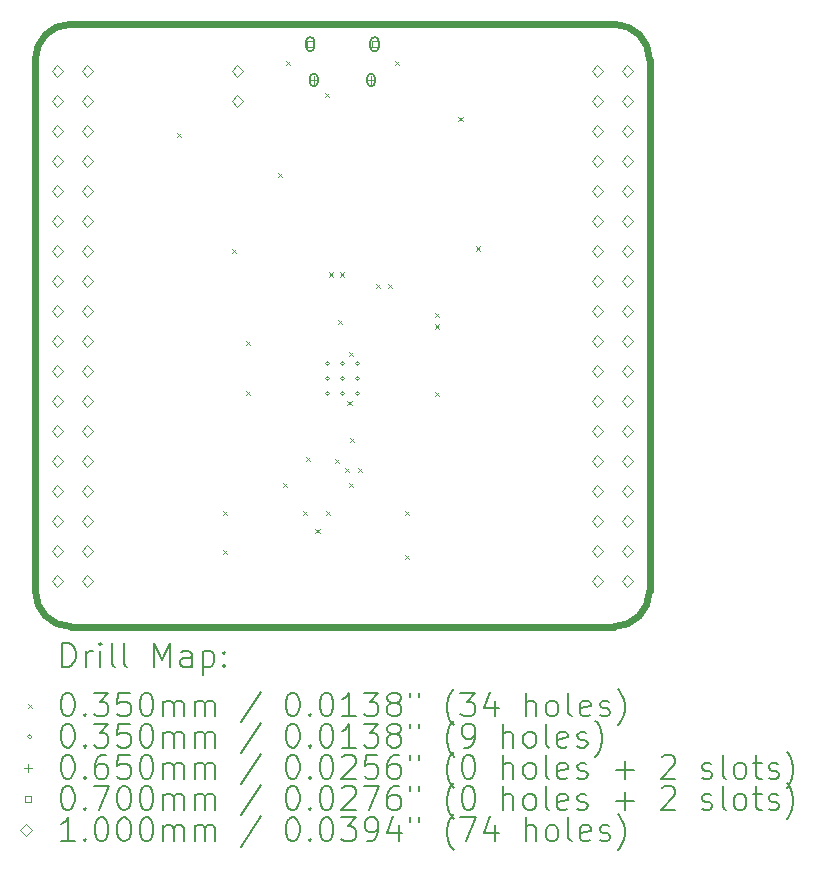
<source format=gbr>
%TF.GenerationSoftware,KiCad,Pcbnew,6.0.11-2627ca5db0~126~ubuntu22.04.1*%
%TF.CreationDate,2024-01-20T13:06:25+00:00*%
%TF.ProjectId,RP2040_minimal,52503230-3430-45f6-9d69-6e696d616c2e,REV1*%
%TF.SameCoordinates,Original*%
%TF.FileFunction,Drillmap*%
%TF.FilePolarity,Positive*%
%FSLAX45Y45*%
G04 Gerber Fmt 4.5, Leading zero omitted, Abs format (unit mm)*
G04 Created by KiCad (PCBNEW 6.0.11-2627ca5db0~126~ubuntu22.04.1) date 2024-01-20 13:06:25*
%MOMM*%
%LPD*%
G01*
G04 APERTURE LIST*
%ADD10C,0.600000*%
%ADD11C,0.200000*%
%ADD12C,0.035000*%
%ADD13C,0.065000*%
%ADD14C,0.070000*%
%ADD15C,0.100000*%
G04 APERTURE END LIST*
D10*
X12300000Y-12100000D02*
G75*
G03*
X12600000Y-11800000I0J300000D01*
G01*
X7400000Y-11800000D02*
G75*
G03*
X7700000Y-12100000I300000J0D01*
G01*
X7700000Y-7000000D02*
G75*
G03*
X7400000Y-7300000I0J-300000D01*
G01*
X12600000Y-7300000D02*
G75*
G03*
X12300000Y-7000000I-300000J0D01*
G01*
X12600000Y-7300000D02*
X12600000Y-11800000D01*
X7700000Y-7000000D02*
X12300000Y-7000000D01*
X7400000Y-11800000D02*
X7400000Y-7300000D01*
X12300000Y-12100000D02*
X7700000Y-12100000D01*
D11*
D12*
X8601500Y-7922500D02*
X8636500Y-7957500D01*
X8636500Y-7922500D02*
X8601500Y-7957500D01*
X8991500Y-11122500D02*
X9026500Y-11157500D01*
X9026500Y-11122500D02*
X8991500Y-11157500D01*
X8991500Y-11452500D02*
X9026500Y-11487500D01*
X9026500Y-11452500D02*
X8991500Y-11487500D01*
X9062500Y-8902500D02*
X9097500Y-8937500D01*
X9097500Y-8902500D02*
X9062500Y-8937500D01*
X9182500Y-9682500D02*
X9217500Y-9717500D01*
X9217500Y-9682500D02*
X9182500Y-9717500D01*
X9182500Y-10102500D02*
X9217500Y-10137500D01*
X9217500Y-10102500D02*
X9182500Y-10137500D01*
X9452500Y-8262500D02*
X9487500Y-8297500D01*
X9487500Y-8262500D02*
X9452500Y-8297500D01*
X9499900Y-10882500D02*
X9534900Y-10917500D01*
X9534900Y-10882500D02*
X9499900Y-10917500D01*
X9522500Y-7312500D02*
X9557500Y-7347500D01*
X9557500Y-7312500D02*
X9522500Y-7347500D01*
X9662500Y-11122500D02*
X9697500Y-11157500D01*
X9697500Y-11122500D02*
X9662500Y-11157500D01*
X9690400Y-10665450D02*
X9725400Y-10700450D01*
X9725400Y-10665450D02*
X9690400Y-10700450D01*
X9771500Y-11272500D02*
X9806500Y-11307500D01*
X9806500Y-11272500D02*
X9771500Y-11307500D01*
X9852500Y-7582500D02*
X9887500Y-7617500D01*
X9887500Y-7582500D02*
X9852500Y-7617500D01*
X9861500Y-11122500D02*
X9896500Y-11157500D01*
X9896500Y-11122500D02*
X9861500Y-11157500D01*
X9882500Y-9102501D02*
X9917500Y-9137501D01*
X9917500Y-9102501D02*
X9882500Y-9137501D01*
X9938050Y-10678150D02*
X9973050Y-10713150D01*
X9973050Y-10678150D02*
X9938050Y-10713150D01*
X9962500Y-9502499D02*
X9997500Y-9537499D01*
X9997500Y-9502499D02*
X9962500Y-9537499D01*
X9982500Y-9102500D02*
X10017500Y-9137500D01*
X10017500Y-9102500D02*
X9982500Y-9137500D01*
X10020599Y-10760699D02*
X10055599Y-10795699D01*
X10055599Y-10760699D02*
X10020599Y-10795699D01*
X10042497Y-10192500D02*
X10077497Y-10227500D01*
X10077497Y-10192500D02*
X10042497Y-10227500D01*
X10052500Y-9772500D02*
X10087500Y-9807500D01*
X10087500Y-9772500D02*
X10052500Y-9807500D01*
X10058700Y-10881350D02*
X10093700Y-10916350D01*
X10093700Y-10881350D02*
X10058700Y-10916350D01*
X10062500Y-10502500D02*
X10097500Y-10537500D01*
X10097500Y-10502500D02*
X10062500Y-10537500D01*
X10132500Y-10760700D02*
X10167500Y-10795700D01*
X10167500Y-10760700D02*
X10132500Y-10795700D01*
X10282500Y-9202500D02*
X10317500Y-9237500D01*
X10317500Y-9202500D02*
X10282500Y-9237500D01*
X10382500Y-9202500D02*
X10417500Y-9237500D01*
X10417500Y-9202500D02*
X10382500Y-9237500D01*
X10442500Y-7312500D02*
X10477500Y-7347500D01*
X10477500Y-7312500D02*
X10442500Y-7347500D01*
X10531500Y-11122500D02*
X10566500Y-11157500D01*
X10566500Y-11122500D02*
X10531500Y-11157500D01*
X10531500Y-11492500D02*
X10566500Y-11527500D01*
X10566500Y-11492500D02*
X10531500Y-11527500D01*
X10782500Y-9442500D02*
X10817500Y-9477500D01*
X10817500Y-9442500D02*
X10782500Y-9477500D01*
X10782500Y-9542500D02*
X10817500Y-9577500D01*
X10817500Y-9542500D02*
X10782500Y-9577500D01*
X10782500Y-10113000D02*
X10817500Y-10148000D01*
X10817500Y-10113000D02*
X10782500Y-10148000D01*
X10982500Y-7782500D02*
X11017500Y-7817500D01*
X11017500Y-7782500D02*
X10982500Y-7817500D01*
X11132500Y-8882500D02*
X11167500Y-8917500D01*
X11167500Y-8882500D02*
X11132500Y-8917500D01*
X9890000Y-9872500D02*
G75*
G03*
X9890000Y-9872500I-17500J0D01*
G01*
X9890000Y-10000000D02*
G75*
G03*
X9890000Y-10000000I-17500J0D01*
G01*
X9890000Y-10127500D02*
G75*
G03*
X9890000Y-10127500I-17500J0D01*
G01*
X10017500Y-9872500D02*
G75*
G03*
X10017500Y-9872500I-17500J0D01*
G01*
X10017500Y-10000000D02*
G75*
G03*
X10017500Y-10000000I-17500J0D01*
G01*
X10017500Y-10127500D02*
G75*
G03*
X10017500Y-10127500I-17500J0D01*
G01*
X10145000Y-9872500D02*
G75*
G03*
X10145000Y-9872500I-17500J0D01*
G01*
X10145000Y-10000000D02*
G75*
G03*
X10145000Y-10000000I-17500J0D01*
G01*
X10145000Y-10127500D02*
G75*
G03*
X10145000Y-10127500I-17500J0D01*
G01*
D13*
X9757500Y-7440500D02*
X9757500Y-7505500D01*
X9725000Y-7473000D02*
X9790000Y-7473000D01*
D11*
X9725000Y-7453000D02*
X9725000Y-7493000D01*
X9790000Y-7453000D02*
X9790000Y-7493000D01*
X9725000Y-7493000D02*
G75*
G03*
X9790000Y-7493000I32500J0D01*
G01*
X9790000Y-7453000D02*
G75*
G03*
X9725000Y-7453000I-32500J0D01*
G01*
D13*
X10242500Y-7440500D02*
X10242500Y-7505500D01*
X10210000Y-7473000D02*
X10275000Y-7473000D01*
D11*
X10210000Y-7453000D02*
X10210000Y-7493000D01*
X10275000Y-7453000D02*
X10275000Y-7493000D01*
X10210000Y-7493000D02*
G75*
G03*
X10275000Y-7493000I32500J0D01*
G01*
X10275000Y-7453000D02*
G75*
G03*
X10210000Y-7453000I-32500J0D01*
G01*
D14*
X9752249Y-7194749D02*
X9752249Y-7145251D01*
X9702751Y-7145251D01*
X9702751Y-7194749D01*
X9752249Y-7194749D01*
D11*
X9692500Y-7145000D02*
X9692500Y-7195000D01*
X9762500Y-7145000D02*
X9762500Y-7195000D01*
X9692500Y-7195000D02*
G75*
G03*
X9762500Y-7195000I35000J0D01*
G01*
X9762500Y-7145000D02*
G75*
G03*
X9692500Y-7145000I-35000J0D01*
G01*
D14*
X10297249Y-7194749D02*
X10297249Y-7145251D01*
X10247751Y-7145251D01*
X10247751Y-7194749D01*
X10297249Y-7194749D01*
D11*
X10237500Y-7145000D02*
X10237500Y-7195000D01*
X10307500Y-7145000D02*
X10307500Y-7195000D01*
X10237500Y-7195000D02*
G75*
G03*
X10307500Y-7195000I35000J0D01*
G01*
X10307500Y-7145000D02*
G75*
G03*
X10237500Y-7145000I-35000J0D01*
G01*
D15*
X7587000Y-7450000D02*
X7637000Y-7400000D01*
X7587000Y-7350000D01*
X7537000Y-7400000D01*
X7587000Y-7450000D01*
X7587000Y-7704000D02*
X7637000Y-7654000D01*
X7587000Y-7604000D01*
X7537000Y-7654000D01*
X7587000Y-7704000D01*
X7587000Y-7958000D02*
X7637000Y-7908000D01*
X7587000Y-7858000D01*
X7537000Y-7908000D01*
X7587000Y-7958000D01*
X7587000Y-8212000D02*
X7637000Y-8162000D01*
X7587000Y-8112000D01*
X7537000Y-8162000D01*
X7587000Y-8212000D01*
X7587000Y-8466000D02*
X7637000Y-8416000D01*
X7587000Y-8366000D01*
X7537000Y-8416000D01*
X7587000Y-8466000D01*
X7587000Y-8720000D02*
X7637000Y-8670000D01*
X7587000Y-8620000D01*
X7537000Y-8670000D01*
X7587000Y-8720000D01*
X7587000Y-8974000D02*
X7637000Y-8924000D01*
X7587000Y-8874000D01*
X7537000Y-8924000D01*
X7587000Y-8974000D01*
X7587000Y-9228000D02*
X7637000Y-9178000D01*
X7587000Y-9128000D01*
X7537000Y-9178000D01*
X7587000Y-9228000D01*
X7587000Y-9482000D02*
X7637000Y-9432000D01*
X7587000Y-9382000D01*
X7537000Y-9432000D01*
X7587000Y-9482000D01*
X7587000Y-9736000D02*
X7637000Y-9686000D01*
X7587000Y-9636000D01*
X7537000Y-9686000D01*
X7587000Y-9736000D01*
X7587000Y-9990000D02*
X7637000Y-9940000D01*
X7587000Y-9890000D01*
X7537000Y-9940000D01*
X7587000Y-9990000D01*
X7587000Y-10244000D02*
X7637000Y-10194000D01*
X7587000Y-10144000D01*
X7537000Y-10194000D01*
X7587000Y-10244000D01*
X7587000Y-10498000D02*
X7637000Y-10448000D01*
X7587000Y-10398000D01*
X7537000Y-10448000D01*
X7587000Y-10498000D01*
X7587000Y-10752000D02*
X7637000Y-10702000D01*
X7587000Y-10652000D01*
X7537000Y-10702000D01*
X7587000Y-10752000D01*
X7587000Y-11006000D02*
X7637000Y-10956000D01*
X7587000Y-10906000D01*
X7537000Y-10956000D01*
X7587000Y-11006000D01*
X7587000Y-11260000D02*
X7637000Y-11210000D01*
X7587000Y-11160000D01*
X7537000Y-11210000D01*
X7587000Y-11260000D01*
X7587000Y-11514000D02*
X7637000Y-11464000D01*
X7587000Y-11414000D01*
X7537000Y-11464000D01*
X7587000Y-11514000D01*
X7587000Y-11768000D02*
X7637000Y-11718000D01*
X7587000Y-11668000D01*
X7537000Y-11718000D01*
X7587000Y-11768000D01*
X7841000Y-7450000D02*
X7891000Y-7400000D01*
X7841000Y-7350000D01*
X7791000Y-7400000D01*
X7841000Y-7450000D01*
X7841000Y-7704000D02*
X7891000Y-7654000D01*
X7841000Y-7604000D01*
X7791000Y-7654000D01*
X7841000Y-7704000D01*
X7841000Y-7958000D02*
X7891000Y-7908000D01*
X7841000Y-7858000D01*
X7791000Y-7908000D01*
X7841000Y-7958000D01*
X7841000Y-8212000D02*
X7891000Y-8162000D01*
X7841000Y-8112000D01*
X7791000Y-8162000D01*
X7841000Y-8212000D01*
X7841000Y-8466000D02*
X7891000Y-8416000D01*
X7841000Y-8366000D01*
X7791000Y-8416000D01*
X7841000Y-8466000D01*
X7841000Y-8720000D02*
X7891000Y-8670000D01*
X7841000Y-8620000D01*
X7791000Y-8670000D01*
X7841000Y-8720000D01*
X7841000Y-8974000D02*
X7891000Y-8924000D01*
X7841000Y-8874000D01*
X7791000Y-8924000D01*
X7841000Y-8974000D01*
X7841000Y-9228000D02*
X7891000Y-9178000D01*
X7841000Y-9128000D01*
X7791000Y-9178000D01*
X7841000Y-9228000D01*
X7841000Y-9482000D02*
X7891000Y-9432000D01*
X7841000Y-9382000D01*
X7791000Y-9432000D01*
X7841000Y-9482000D01*
X7841000Y-9736000D02*
X7891000Y-9686000D01*
X7841000Y-9636000D01*
X7791000Y-9686000D01*
X7841000Y-9736000D01*
X7841000Y-9990000D02*
X7891000Y-9940000D01*
X7841000Y-9890000D01*
X7791000Y-9940000D01*
X7841000Y-9990000D01*
X7841000Y-10244000D02*
X7891000Y-10194000D01*
X7841000Y-10144000D01*
X7791000Y-10194000D01*
X7841000Y-10244000D01*
X7841000Y-10498000D02*
X7891000Y-10448000D01*
X7841000Y-10398000D01*
X7791000Y-10448000D01*
X7841000Y-10498000D01*
X7841000Y-10752000D02*
X7891000Y-10702000D01*
X7841000Y-10652000D01*
X7791000Y-10702000D01*
X7841000Y-10752000D01*
X7841000Y-11006000D02*
X7891000Y-10956000D01*
X7841000Y-10906000D01*
X7791000Y-10956000D01*
X7841000Y-11006000D01*
X7841000Y-11260000D02*
X7891000Y-11210000D01*
X7841000Y-11160000D01*
X7791000Y-11210000D01*
X7841000Y-11260000D01*
X7841000Y-11514000D02*
X7891000Y-11464000D01*
X7841000Y-11414000D01*
X7791000Y-11464000D01*
X7841000Y-11514000D01*
X7841000Y-11768000D02*
X7891000Y-11718000D01*
X7841000Y-11668000D01*
X7791000Y-11718000D01*
X7841000Y-11768000D01*
X9111000Y-7450000D02*
X9161000Y-7400000D01*
X9111000Y-7350000D01*
X9061000Y-7400000D01*
X9111000Y-7450000D01*
X9111000Y-7704000D02*
X9161000Y-7654000D01*
X9111000Y-7604000D01*
X9061000Y-7654000D01*
X9111000Y-7704000D01*
X12159000Y-7450000D02*
X12209000Y-7400000D01*
X12159000Y-7350000D01*
X12109000Y-7400000D01*
X12159000Y-7450000D01*
X12159000Y-7704000D02*
X12209000Y-7654000D01*
X12159000Y-7604000D01*
X12109000Y-7654000D01*
X12159000Y-7704000D01*
X12159000Y-7958000D02*
X12209000Y-7908000D01*
X12159000Y-7858000D01*
X12109000Y-7908000D01*
X12159000Y-7958000D01*
X12159000Y-8212000D02*
X12209000Y-8162000D01*
X12159000Y-8112000D01*
X12109000Y-8162000D01*
X12159000Y-8212000D01*
X12159000Y-8466000D02*
X12209000Y-8416000D01*
X12159000Y-8366000D01*
X12109000Y-8416000D01*
X12159000Y-8466000D01*
X12159000Y-8720000D02*
X12209000Y-8670000D01*
X12159000Y-8620000D01*
X12109000Y-8670000D01*
X12159000Y-8720000D01*
X12159000Y-8974000D02*
X12209000Y-8924000D01*
X12159000Y-8874000D01*
X12109000Y-8924000D01*
X12159000Y-8974000D01*
X12159000Y-9228000D02*
X12209000Y-9178000D01*
X12159000Y-9128000D01*
X12109000Y-9178000D01*
X12159000Y-9228000D01*
X12159000Y-9482000D02*
X12209000Y-9432000D01*
X12159000Y-9382000D01*
X12109000Y-9432000D01*
X12159000Y-9482000D01*
X12159000Y-9736000D02*
X12209000Y-9686000D01*
X12159000Y-9636000D01*
X12109000Y-9686000D01*
X12159000Y-9736000D01*
X12159000Y-9990000D02*
X12209000Y-9940000D01*
X12159000Y-9890000D01*
X12109000Y-9940000D01*
X12159000Y-9990000D01*
X12159000Y-10244000D02*
X12209000Y-10194000D01*
X12159000Y-10144000D01*
X12109000Y-10194000D01*
X12159000Y-10244000D01*
X12159000Y-10498000D02*
X12209000Y-10448000D01*
X12159000Y-10398000D01*
X12109000Y-10448000D01*
X12159000Y-10498000D01*
X12159000Y-10752000D02*
X12209000Y-10702000D01*
X12159000Y-10652000D01*
X12109000Y-10702000D01*
X12159000Y-10752000D01*
X12159000Y-11006000D02*
X12209000Y-10956000D01*
X12159000Y-10906000D01*
X12109000Y-10956000D01*
X12159000Y-11006000D01*
X12159000Y-11260000D02*
X12209000Y-11210000D01*
X12159000Y-11160000D01*
X12109000Y-11210000D01*
X12159000Y-11260000D01*
X12159000Y-11514000D02*
X12209000Y-11464000D01*
X12159000Y-11414000D01*
X12109000Y-11464000D01*
X12159000Y-11514000D01*
X12159000Y-11768000D02*
X12209000Y-11718000D01*
X12159000Y-11668000D01*
X12109000Y-11718000D01*
X12159000Y-11768000D01*
X12413000Y-7450000D02*
X12463000Y-7400000D01*
X12413000Y-7350000D01*
X12363000Y-7400000D01*
X12413000Y-7450000D01*
X12413000Y-7704000D02*
X12463000Y-7654000D01*
X12413000Y-7604000D01*
X12363000Y-7654000D01*
X12413000Y-7704000D01*
X12413000Y-7958000D02*
X12463000Y-7908000D01*
X12413000Y-7858000D01*
X12363000Y-7908000D01*
X12413000Y-7958000D01*
X12413000Y-8212000D02*
X12463000Y-8162000D01*
X12413000Y-8112000D01*
X12363000Y-8162000D01*
X12413000Y-8212000D01*
X12413000Y-8466000D02*
X12463000Y-8416000D01*
X12413000Y-8366000D01*
X12363000Y-8416000D01*
X12413000Y-8466000D01*
X12413000Y-8720000D02*
X12463000Y-8670000D01*
X12413000Y-8620000D01*
X12363000Y-8670000D01*
X12413000Y-8720000D01*
X12413000Y-8974000D02*
X12463000Y-8924000D01*
X12413000Y-8874000D01*
X12363000Y-8924000D01*
X12413000Y-8974000D01*
X12413000Y-9228000D02*
X12463000Y-9178000D01*
X12413000Y-9128000D01*
X12363000Y-9178000D01*
X12413000Y-9228000D01*
X12413000Y-9482000D02*
X12463000Y-9432000D01*
X12413000Y-9382000D01*
X12363000Y-9432000D01*
X12413000Y-9482000D01*
X12413000Y-9736000D02*
X12463000Y-9686000D01*
X12413000Y-9636000D01*
X12363000Y-9686000D01*
X12413000Y-9736000D01*
X12413000Y-9990000D02*
X12463000Y-9940000D01*
X12413000Y-9890000D01*
X12363000Y-9940000D01*
X12413000Y-9990000D01*
X12413000Y-10244000D02*
X12463000Y-10194000D01*
X12413000Y-10144000D01*
X12363000Y-10194000D01*
X12413000Y-10244000D01*
X12413000Y-10498000D02*
X12463000Y-10448000D01*
X12413000Y-10398000D01*
X12363000Y-10448000D01*
X12413000Y-10498000D01*
X12413000Y-10752000D02*
X12463000Y-10702000D01*
X12413000Y-10652000D01*
X12363000Y-10702000D01*
X12413000Y-10752000D01*
X12413000Y-11006000D02*
X12463000Y-10956000D01*
X12413000Y-10906000D01*
X12363000Y-10956000D01*
X12413000Y-11006000D01*
X12413000Y-11260000D02*
X12463000Y-11210000D01*
X12413000Y-11160000D01*
X12363000Y-11210000D01*
X12413000Y-11260000D01*
X12413000Y-11514000D02*
X12463000Y-11464000D01*
X12413000Y-11414000D01*
X12363000Y-11464000D01*
X12413000Y-11514000D01*
X12413000Y-11768000D02*
X12463000Y-11718000D01*
X12413000Y-11668000D01*
X12363000Y-11718000D01*
X12413000Y-11768000D01*
D11*
X7627619Y-12440476D02*
X7627619Y-12240476D01*
X7675238Y-12240476D01*
X7703809Y-12250000D01*
X7722857Y-12269048D01*
X7732381Y-12288095D01*
X7741905Y-12326190D01*
X7741905Y-12354762D01*
X7732381Y-12392857D01*
X7722857Y-12411905D01*
X7703809Y-12430952D01*
X7675238Y-12440476D01*
X7627619Y-12440476D01*
X7827619Y-12440476D02*
X7827619Y-12307143D01*
X7827619Y-12345238D02*
X7837143Y-12326190D01*
X7846667Y-12316667D01*
X7865714Y-12307143D01*
X7884762Y-12307143D01*
X7951428Y-12440476D02*
X7951428Y-12307143D01*
X7951428Y-12240476D02*
X7941905Y-12250000D01*
X7951428Y-12259524D01*
X7960952Y-12250000D01*
X7951428Y-12240476D01*
X7951428Y-12259524D01*
X8075238Y-12440476D02*
X8056190Y-12430952D01*
X8046667Y-12411905D01*
X8046667Y-12240476D01*
X8180000Y-12440476D02*
X8160952Y-12430952D01*
X8151428Y-12411905D01*
X8151428Y-12240476D01*
X8408571Y-12440476D02*
X8408571Y-12240476D01*
X8475238Y-12383333D01*
X8541905Y-12240476D01*
X8541905Y-12440476D01*
X8722857Y-12440476D02*
X8722857Y-12335714D01*
X8713333Y-12316667D01*
X8694286Y-12307143D01*
X8656190Y-12307143D01*
X8637143Y-12316667D01*
X8722857Y-12430952D02*
X8703810Y-12440476D01*
X8656190Y-12440476D01*
X8637143Y-12430952D01*
X8627619Y-12411905D01*
X8627619Y-12392857D01*
X8637143Y-12373809D01*
X8656190Y-12364286D01*
X8703810Y-12364286D01*
X8722857Y-12354762D01*
X8818095Y-12307143D02*
X8818095Y-12507143D01*
X8818095Y-12316667D02*
X8837143Y-12307143D01*
X8875238Y-12307143D01*
X8894286Y-12316667D01*
X8903810Y-12326190D01*
X8913333Y-12345238D01*
X8913333Y-12402381D01*
X8903810Y-12421428D01*
X8894286Y-12430952D01*
X8875238Y-12440476D01*
X8837143Y-12440476D01*
X8818095Y-12430952D01*
X8999048Y-12421428D02*
X9008571Y-12430952D01*
X8999048Y-12440476D01*
X8989524Y-12430952D01*
X8999048Y-12421428D01*
X8999048Y-12440476D01*
X8999048Y-12316667D02*
X9008571Y-12326190D01*
X8999048Y-12335714D01*
X8989524Y-12326190D01*
X8999048Y-12316667D01*
X8999048Y-12335714D01*
D12*
X7335000Y-12752500D02*
X7370000Y-12787500D01*
X7370000Y-12752500D02*
X7335000Y-12787500D01*
D11*
X7665714Y-12660476D02*
X7684762Y-12660476D01*
X7703809Y-12670000D01*
X7713333Y-12679524D01*
X7722857Y-12698571D01*
X7732381Y-12736667D01*
X7732381Y-12784286D01*
X7722857Y-12822381D01*
X7713333Y-12841428D01*
X7703809Y-12850952D01*
X7684762Y-12860476D01*
X7665714Y-12860476D01*
X7646667Y-12850952D01*
X7637143Y-12841428D01*
X7627619Y-12822381D01*
X7618095Y-12784286D01*
X7618095Y-12736667D01*
X7627619Y-12698571D01*
X7637143Y-12679524D01*
X7646667Y-12670000D01*
X7665714Y-12660476D01*
X7818095Y-12841428D02*
X7827619Y-12850952D01*
X7818095Y-12860476D01*
X7808571Y-12850952D01*
X7818095Y-12841428D01*
X7818095Y-12860476D01*
X7894286Y-12660476D02*
X8018095Y-12660476D01*
X7951428Y-12736667D01*
X7980000Y-12736667D01*
X7999048Y-12746190D01*
X8008571Y-12755714D01*
X8018095Y-12774762D01*
X8018095Y-12822381D01*
X8008571Y-12841428D01*
X7999048Y-12850952D01*
X7980000Y-12860476D01*
X7922857Y-12860476D01*
X7903809Y-12850952D01*
X7894286Y-12841428D01*
X8199048Y-12660476D02*
X8103809Y-12660476D01*
X8094286Y-12755714D01*
X8103809Y-12746190D01*
X8122857Y-12736667D01*
X8170476Y-12736667D01*
X8189524Y-12746190D01*
X8199048Y-12755714D01*
X8208571Y-12774762D01*
X8208571Y-12822381D01*
X8199048Y-12841428D01*
X8189524Y-12850952D01*
X8170476Y-12860476D01*
X8122857Y-12860476D01*
X8103809Y-12850952D01*
X8094286Y-12841428D01*
X8332381Y-12660476D02*
X8351428Y-12660476D01*
X8370476Y-12670000D01*
X8380000Y-12679524D01*
X8389524Y-12698571D01*
X8399048Y-12736667D01*
X8399048Y-12784286D01*
X8389524Y-12822381D01*
X8380000Y-12841428D01*
X8370476Y-12850952D01*
X8351428Y-12860476D01*
X8332381Y-12860476D01*
X8313333Y-12850952D01*
X8303809Y-12841428D01*
X8294286Y-12822381D01*
X8284762Y-12784286D01*
X8284762Y-12736667D01*
X8294286Y-12698571D01*
X8303809Y-12679524D01*
X8313333Y-12670000D01*
X8332381Y-12660476D01*
X8484762Y-12860476D02*
X8484762Y-12727143D01*
X8484762Y-12746190D02*
X8494286Y-12736667D01*
X8513333Y-12727143D01*
X8541905Y-12727143D01*
X8560952Y-12736667D01*
X8570476Y-12755714D01*
X8570476Y-12860476D01*
X8570476Y-12755714D02*
X8580000Y-12736667D01*
X8599048Y-12727143D01*
X8627619Y-12727143D01*
X8646667Y-12736667D01*
X8656190Y-12755714D01*
X8656190Y-12860476D01*
X8751429Y-12860476D02*
X8751429Y-12727143D01*
X8751429Y-12746190D02*
X8760952Y-12736667D01*
X8780000Y-12727143D01*
X8808571Y-12727143D01*
X8827619Y-12736667D01*
X8837143Y-12755714D01*
X8837143Y-12860476D01*
X8837143Y-12755714D02*
X8846667Y-12736667D01*
X8865714Y-12727143D01*
X8894286Y-12727143D01*
X8913333Y-12736667D01*
X8922857Y-12755714D01*
X8922857Y-12860476D01*
X9313333Y-12650952D02*
X9141905Y-12908095D01*
X9570476Y-12660476D02*
X9589524Y-12660476D01*
X9608571Y-12670000D01*
X9618095Y-12679524D01*
X9627619Y-12698571D01*
X9637143Y-12736667D01*
X9637143Y-12784286D01*
X9627619Y-12822381D01*
X9618095Y-12841428D01*
X9608571Y-12850952D01*
X9589524Y-12860476D01*
X9570476Y-12860476D01*
X9551429Y-12850952D01*
X9541905Y-12841428D01*
X9532381Y-12822381D01*
X9522857Y-12784286D01*
X9522857Y-12736667D01*
X9532381Y-12698571D01*
X9541905Y-12679524D01*
X9551429Y-12670000D01*
X9570476Y-12660476D01*
X9722857Y-12841428D02*
X9732381Y-12850952D01*
X9722857Y-12860476D01*
X9713333Y-12850952D01*
X9722857Y-12841428D01*
X9722857Y-12860476D01*
X9856190Y-12660476D02*
X9875238Y-12660476D01*
X9894286Y-12670000D01*
X9903810Y-12679524D01*
X9913333Y-12698571D01*
X9922857Y-12736667D01*
X9922857Y-12784286D01*
X9913333Y-12822381D01*
X9903810Y-12841428D01*
X9894286Y-12850952D01*
X9875238Y-12860476D01*
X9856190Y-12860476D01*
X9837143Y-12850952D01*
X9827619Y-12841428D01*
X9818095Y-12822381D01*
X9808571Y-12784286D01*
X9808571Y-12736667D01*
X9818095Y-12698571D01*
X9827619Y-12679524D01*
X9837143Y-12670000D01*
X9856190Y-12660476D01*
X10113333Y-12860476D02*
X9999048Y-12860476D01*
X10056190Y-12860476D02*
X10056190Y-12660476D01*
X10037143Y-12689048D01*
X10018095Y-12708095D01*
X9999048Y-12717619D01*
X10180000Y-12660476D02*
X10303810Y-12660476D01*
X10237143Y-12736667D01*
X10265714Y-12736667D01*
X10284762Y-12746190D01*
X10294286Y-12755714D01*
X10303810Y-12774762D01*
X10303810Y-12822381D01*
X10294286Y-12841428D01*
X10284762Y-12850952D01*
X10265714Y-12860476D01*
X10208571Y-12860476D01*
X10189524Y-12850952D01*
X10180000Y-12841428D01*
X10418095Y-12746190D02*
X10399048Y-12736667D01*
X10389524Y-12727143D01*
X10380000Y-12708095D01*
X10380000Y-12698571D01*
X10389524Y-12679524D01*
X10399048Y-12670000D01*
X10418095Y-12660476D01*
X10456190Y-12660476D01*
X10475238Y-12670000D01*
X10484762Y-12679524D01*
X10494286Y-12698571D01*
X10494286Y-12708095D01*
X10484762Y-12727143D01*
X10475238Y-12736667D01*
X10456190Y-12746190D01*
X10418095Y-12746190D01*
X10399048Y-12755714D01*
X10389524Y-12765238D01*
X10380000Y-12784286D01*
X10380000Y-12822381D01*
X10389524Y-12841428D01*
X10399048Y-12850952D01*
X10418095Y-12860476D01*
X10456190Y-12860476D01*
X10475238Y-12850952D01*
X10484762Y-12841428D01*
X10494286Y-12822381D01*
X10494286Y-12784286D01*
X10484762Y-12765238D01*
X10475238Y-12755714D01*
X10456190Y-12746190D01*
X10570476Y-12660476D02*
X10570476Y-12698571D01*
X10646667Y-12660476D02*
X10646667Y-12698571D01*
X10941905Y-12936667D02*
X10932381Y-12927143D01*
X10913333Y-12898571D01*
X10903810Y-12879524D01*
X10894286Y-12850952D01*
X10884762Y-12803333D01*
X10884762Y-12765238D01*
X10894286Y-12717619D01*
X10903810Y-12689048D01*
X10913333Y-12670000D01*
X10932381Y-12641428D01*
X10941905Y-12631905D01*
X10999048Y-12660476D02*
X11122857Y-12660476D01*
X11056190Y-12736667D01*
X11084762Y-12736667D01*
X11103810Y-12746190D01*
X11113333Y-12755714D01*
X11122857Y-12774762D01*
X11122857Y-12822381D01*
X11113333Y-12841428D01*
X11103810Y-12850952D01*
X11084762Y-12860476D01*
X11027619Y-12860476D01*
X11008571Y-12850952D01*
X10999048Y-12841428D01*
X11294286Y-12727143D02*
X11294286Y-12860476D01*
X11246667Y-12650952D02*
X11199048Y-12793809D01*
X11322857Y-12793809D01*
X11551428Y-12860476D02*
X11551428Y-12660476D01*
X11637143Y-12860476D02*
X11637143Y-12755714D01*
X11627619Y-12736667D01*
X11608571Y-12727143D01*
X11580000Y-12727143D01*
X11560952Y-12736667D01*
X11551428Y-12746190D01*
X11760952Y-12860476D02*
X11741905Y-12850952D01*
X11732381Y-12841428D01*
X11722857Y-12822381D01*
X11722857Y-12765238D01*
X11732381Y-12746190D01*
X11741905Y-12736667D01*
X11760952Y-12727143D01*
X11789524Y-12727143D01*
X11808571Y-12736667D01*
X11818095Y-12746190D01*
X11827619Y-12765238D01*
X11827619Y-12822381D01*
X11818095Y-12841428D01*
X11808571Y-12850952D01*
X11789524Y-12860476D01*
X11760952Y-12860476D01*
X11941905Y-12860476D02*
X11922857Y-12850952D01*
X11913333Y-12831905D01*
X11913333Y-12660476D01*
X12094286Y-12850952D02*
X12075238Y-12860476D01*
X12037143Y-12860476D01*
X12018095Y-12850952D01*
X12008571Y-12831905D01*
X12008571Y-12755714D01*
X12018095Y-12736667D01*
X12037143Y-12727143D01*
X12075238Y-12727143D01*
X12094286Y-12736667D01*
X12103809Y-12755714D01*
X12103809Y-12774762D01*
X12008571Y-12793809D01*
X12180000Y-12850952D02*
X12199048Y-12860476D01*
X12237143Y-12860476D01*
X12256190Y-12850952D01*
X12265714Y-12831905D01*
X12265714Y-12822381D01*
X12256190Y-12803333D01*
X12237143Y-12793809D01*
X12208571Y-12793809D01*
X12189524Y-12784286D01*
X12180000Y-12765238D01*
X12180000Y-12755714D01*
X12189524Y-12736667D01*
X12208571Y-12727143D01*
X12237143Y-12727143D01*
X12256190Y-12736667D01*
X12332381Y-12936667D02*
X12341905Y-12927143D01*
X12360952Y-12898571D01*
X12370476Y-12879524D01*
X12380000Y-12850952D01*
X12389524Y-12803333D01*
X12389524Y-12765238D01*
X12380000Y-12717619D01*
X12370476Y-12689048D01*
X12360952Y-12670000D01*
X12341905Y-12641428D01*
X12332381Y-12631905D01*
D12*
X7370000Y-13034000D02*
G75*
G03*
X7370000Y-13034000I-17500J0D01*
G01*
D11*
X7665714Y-12924476D02*
X7684762Y-12924476D01*
X7703809Y-12934000D01*
X7713333Y-12943524D01*
X7722857Y-12962571D01*
X7732381Y-13000667D01*
X7732381Y-13048286D01*
X7722857Y-13086381D01*
X7713333Y-13105428D01*
X7703809Y-13114952D01*
X7684762Y-13124476D01*
X7665714Y-13124476D01*
X7646667Y-13114952D01*
X7637143Y-13105428D01*
X7627619Y-13086381D01*
X7618095Y-13048286D01*
X7618095Y-13000667D01*
X7627619Y-12962571D01*
X7637143Y-12943524D01*
X7646667Y-12934000D01*
X7665714Y-12924476D01*
X7818095Y-13105428D02*
X7827619Y-13114952D01*
X7818095Y-13124476D01*
X7808571Y-13114952D01*
X7818095Y-13105428D01*
X7818095Y-13124476D01*
X7894286Y-12924476D02*
X8018095Y-12924476D01*
X7951428Y-13000667D01*
X7980000Y-13000667D01*
X7999048Y-13010190D01*
X8008571Y-13019714D01*
X8018095Y-13038762D01*
X8018095Y-13086381D01*
X8008571Y-13105428D01*
X7999048Y-13114952D01*
X7980000Y-13124476D01*
X7922857Y-13124476D01*
X7903809Y-13114952D01*
X7894286Y-13105428D01*
X8199048Y-12924476D02*
X8103809Y-12924476D01*
X8094286Y-13019714D01*
X8103809Y-13010190D01*
X8122857Y-13000667D01*
X8170476Y-13000667D01*
X8189524Y-13010190D01*
X8199048Y-13019714D01*
X8208571Y-13038762D01*
X8208571Y-13086381D01*
X8199048Y-13105428D01*
X8189524Y-13114952D01*
X8170476Y-13124476D01*
X8122857Y-13124476D01*
X8103809Y-13114952D01*
X8094286Y-13105428D01*
X8332381Y-12924476D02*
X8351428Y-12924476D01*
X8370476Y-12934000D01*
X8380000Y-12943524D01*
X8389524Y-12962571D01*
X8399048Y-13000667D01*
X8399048Y-13048286D01*
X8389524Y-13086381D01*
X8380000Y-13105428D01*
X8370476Y-13114952D01*
X8351428Y-13124476D01*
X8332381Y-13124476D01*
X8313333Y-13114952D01*
X8303809Y-13105428D01*
X8294286Y-13086381D01*
X8284762Y-13048286D01*
X8284762Y-13000667D01*
X8294286Y-12962571D01*
X8303809Y-12943524D01*
X8313333Y-12934000D01*
X8332381Y-12924476D01*
X8484762Y-13124476D02*
X8484762Y-12991143D01*
X8484762Y-13010190D02*
X8494286Y-13000667D01*
X8513333Y-12991143D01*
X8541905Y-12991143D01*
X8560952Y-13000667D01*
X8570476Y-13019714D01*
X8570476Y-13124476D01*
X8570476Y-13019714D02*
X8580000Y-13000667D01*
X8599048Y-12991143D01*
X8627619Y-12991143D01*
X8646667Y-13000667D01*
X8656190Y-13019714D01*
X8656190Y-13124476D01*
X8751429Y-13124476D02*
X8751429Y-12991143D01*
X8751429Y-13010190D02*
X8760952Y-13000667D01*
X8780000Y-12991143D01*
X8808571Y-12991143D01*
X8827619Y-13000667D01*
X8837143Y-13019714D01*
X8837143Y-13124476D01*
X8837143Y-13019714D02*
X8846667Y-13000667D01*
X8865714Y-12991143D01*
X8894286Y-12991143D01*
X8913333Y-13000667D01*
X8922857Y-13019714D01*
X8922857Y-13124476D01*
X9313333Y-12914952D02*
X9141905Y-13172095D01*
X9570476Y-12924476D02*
X9589524Y-12924476D01*
X9608571Y-12934000D01*
X9618095Y-12943524D01*
X9627619Y-12962571D01*
X9637143Y-13000667D01*
X9637143Y-13048286D01*
X9627619Y-13086381D01*
X9618095Y-13105428D01*
X9608571Y-13114952D01*
X9589524Y-13124476D01*
X9570476Y-13124476D01*
X9551429Y-13114952D01*
X9541905Y-13105428D01*
X9532381Y-13086381D01*
X9522857Y-13048286D01*
X9522857Y-13000667D01*
X9532381Y-12962571D01*
X9541905Y-12943524D01*
X9551429Y-12934000D01*
X9570476Y-12924476D01*
X9722857Y-13105428D02*
X9732381Y-13114952D01*
X9722857Y-13124476D01*
X9713333Y-13114952D01*
X9722857Y-13105428D01*
X9722857Y-13124476D01*
X9856190Y-12924476D02*
X9875238Y-12924476D01*
X9894286Y-12934000D01*
X9903810Y-12943524D01*
X9913333Y-12962571D01*
X9922857Y-13000667D01*
X9922857Y-13048286D01*
X9913333Y-13086381D01*
X9903810Y-13105428D01*
X9894286Y-13114952D01*
X9875238Y-13124476D01*
X9856190Y-13124476D01*
X9837143Y-13114952D01*
X9827619Y-13105428D01*
X9818095Y-13086381D01*
X9808571Y-13048286D01*
X9808571Y-13000667D01*
X9818095Y-12962571D01*
X9827619Y-12943524D01*
X9837143Y-12934000D01*
X9856190Y-12924476D01*
X10113333Y-13124476D02*
X9999048Y-13124476D01*
X10056190Y-13124476D02*
X10056190Y-12924476D01*
X10037143Y-12953048D01*
X10018095Y-12972095D01*
X9999048Y-12981619D01*
X10180000Y-12924476D02*
X10303810Y-12924476D01*
X10237143Y-13000667D01*
X10265714Y-13000667D01*
X10284762Y-13010190D01*
X10294286Y-13019714D01*
X10303810Y-13038762D01*
X10303810Y-13086381D01*
X10294286Y-13105428D01*
X10284762Y-13114952D01*
X10265714Y-13124476D01*
X10208571Y-13124476D01*
X10189524Y-13114952D01*
X10180000Y-13105428D01*
X10418095Y-13010190D02*
X10399048Y-13000667D01*
X10389524Y-12991143D01*
X10380000Y-12972095D01*
X10380000Y-12962571D01*
X10389524Y-12943524D01*
X10399048Y-12934000D01*
X10418095Y-12924476D01*
X10456190Y-12924476D01*
X10475238Y-12934000D01*
X10484762Y-12943524D01*
X10494286Y-12962571D01*
X10494286Y-12972095D01*
X10484762Y-12991143D01*
X10475238Y-13000667D01*
X10456190Y-13010190D01*
X10418095Y-13010190D01*
X10399048Y-13019714D01*
X10389524Y-13029238D01*
X10380000Y-13048286D01*
X10380000Y-13086381D01*
X10389524Y-13105428D01*
X10399048Y-13114952D01*
X10418095Y-13124476D01*
X10456190Y-13124476D01*
X10475238Y-13114952D01*
X10484762Y-13105428D01*
X10494286Y-13086381D01*
X10494286Y-13048286D01*
X10484762Y-13029238D01*
X10475238Y-13019714D01*
X10456190Y-13010190D01*
X10570476Y-12924476D02*
X10570476Y-12962571D01*
X10646667Y-12924476D02*
X10646667Y-12962571D01*
X10941905Y-13200667D02*
X10932381Y-13191143D01*
X10913333Y-13162571D01*
X10903810Y-13143524D01*
X10894286Y-13114952D01*
X10884762Y-13067333D01*
X10884762Y-13029238D01*
X10894286Y-12981619D01*
X10903810Y-12953048D01*
X10913333Y-12934000D01*
X10932381Y-12905428D01*
X10941905Y-12895905D01*
X11027619Y-13124476D02*
X11065714Y-13124476D01*
X11084762Y-13114952D01*
X11094286Y-13105428D01*
X11113333Y-13076857D01*
X11122857Y-13038762D01*
X11122857Y-12962571D01*
X11113333Y-12943524D01*
X11103810Y-12934000D01*
X11084762Y-12924476D01*
X11046667Y-12924476D01*
X11027619Y-12934000D01*
X11018095Y-12943524D01*
X11008571Y-12962571D01*
X11008571Y-13010190D01*
X11018095Y-13029238D01*
X11027619Y-13038762D01*
X11046667Y-13048286D01*
X11084762Y-13048286D01*
X11103810Y-13038762D01*
X11113333Y-13029238D01*
X11122857Y-13010190D01*
X11360952Y-13124476D02*
X11360952Y-12924476D01*
X11446667Y-13124476D02*
X11446667Y-13019714D01*
X11437143Y-13000667D01*
X11418095Y-12991143D01*
X11389524Y-12991143D01*
X11370476Y-13000667D01*
X11360952Y-13010190D01*
X11570476Y-13124476D02*
X11551428Y-13114952D01*
X11541905Y-13105428D01*
X11532381Y-13086381D01*
X11532381Y-13029238D01*
X11541905Y-13010190D01*
X11551428Y-13000667D01*
X11570476Y-12991143D01*
X11599048Y-12991143D01*
X11618095Y-13000667D01*
X11627619Y-13010190D01*
X11637143Y-13029238D01*
X11637143Y-13086381D01*
X11627619Y-13105428D01*
X11618095Y-13114952D01*
X11599048Y-13124476D01*
X11570476Y-13124476D01*
X11751428Y-13124476D02*
X11732381Y-13114952D01*
X11722857Y-13095905D01*
X11722857Y-12924476D01*
X11903809Y-13114952D02*
X11884762Y-13124476D01*
X11846667Y-13124476D01*
X11827619Y-13114952D01*
X11818095Y-13095905D01*
X11818095Y-13019714D01*
X11827619Y-13000667D01*
X11846667Y-12991143D01*
X11884762Y-12991143D01*
X11903809Y-13000667D01*
X11913333Y-13019714D01*
X11913333Y-13038762D01*
X11818095Y-13057809D01*
X11989524Y-13114952D02*
X12008571Y-13124476D01*
X12046667Y-13124476D01*
X12065714Y-13114952D01*
X12075238Y-13095905D01*
X12075238Y-13086381D01*
X12065714Y-13067333D01*
X12046667Y-13057809D01*
X12018095Y-13057809D01*
X11999048Y-13048286D01*
X11989524Y-13029238D01*
X11989524Y-13019714D01*
X11999048Y-13000667D01*
X12018095Y-12991143D01*
X12046667Y-12991143D01*
X12065714Y-13000667D01*
X12141905Y-13200667D02*
X12151428Y-13191143D01*
X12170476Y-13162571D01*
X12180000Y-13143524D01*
X12189524Y-13114952D01*
X12199048Y-13067333D01*
X12199048Y-13029238D01*
X12189524Y-12981619D01*
X12180000Y-12953048D01*
X12170476Y-12934000D01*
X12151428Y-12905428D01*
X12141905Y-12895905D01*
D13*
X7337500Y-13265500D02*
X7337500Y-13330500D01*
X7305000Y-13298000D02*
X7370000Y-13298000D01*
D11*
X7665714Y-13188476D02*
X7684762Y-13188476D01*
X7703809Y-13198000D01*
X7713333Y-13207524D01*
X7722857Y-13226571D01*
X7732381Y-13264667D01*
X7732381Y-13312286D01*
X7722857Y-13350381D01*
X7713333Y-13369428D01*
X7703809Y-13378952D01*
X7684762Y-13388476D01*
X7665714Y-13388476D01*
X7646667Y-13378952D01*
X7637143Y-13369428D01*
X7627619Y-13350381D01*
X7618095Y-13312286D01*
X7618095Y-13264667D01*
X7627619Y-13226571D01*
X7637143Y-13207524D01*
X7646667Y-13198000D01*
X7665714Y-13188476D01*
X7818095Y-13369428D02*
X7827619Y-13378952D01*
X7818095Y-13388476D01*
X7808571Y-13378952D01*
X7818095Y-13369428D01*
X7818095Y-13388476D01*
X7999048Y-13188476D02*
X7960952Y-13188476D01*
X7941905Y-13198000D01*
X7932381Y-13207524D01*
X7913333Y-13236095D01*
X7903809Y-13274190D01*
X7903809Y-13350381D01*
X7913333Y-13369428D01*
X7922857Y-13378952D01*
X7941905Y-13388476D01*
X7980000Y-13388476D01*
X7999048Y-13378952D01*
X8008571Y-13369428D01*
X8018095Y-13350381D01*
X8018095Y-13302762D01*
X8008571Y-13283714D01*
X7999048Y-13274190D01*
X7980000Y-13264667D01*
X7941905Y-13264667D01*
X7922857Y-13274190D01*
X7913333Y-13283714D01*
X7903809Y-13302762D01*
X8199048Y-13188476D02*
X8103809Y-13188476D01*
X8094286Y-13283714D01*
X8103809Y-13274190D01*
X8122857Y-13264667D01*
X8170476Y-13264667D01*
X8189524Y-13274190D01*
X8199048Y-13283714D01*
X8208571Y-13302762D01*
X8208571Y-13350381D01*
X8199048Y-13369428D01*
X8189524Y-13378952D01*
X8170476Y-13388476D01*
X8122857Y-13388476D01*
X8103809Y-13378952D01*
X8094286Y-13369428D01*
X8332381Y-13188476D02*
X8351428Y-13188476D01*
X8370476Y-13198000D01*
X8380000Y-13207524D01*
X8389524Y-13226571D01*
X8399048Y-13264667D01*
X8399048Y-13312286D01*
X8389524Y-13350381D01*
X8380000Y-13369428D01*
X8370476Y-13378952D01*
X8351428Y-13388476D01*
X8332381Y-13388476D01*
X8313333Y-13378952D01*
X8303809Y-13369428D01*
X8294286Y-13350381D01*
X8284762Y-13312286D01*
X8284762Y-13264667D01*
X8294286Y-13226571D01*
X8303809Y-13207524D01*
X8313333Y-13198000D01*
X8332381Y-13188476D01*
X8484762Y-13388476D02*
X8484762Y-13255143D01*
X8484762Y-13274190D02*
X8494286Y-13264667D01*
X8513333Y-13255143D01*
X8541905Y-13255143D01*
X8560952Y-13264667D01*
X8570476Y-13283714D01*
X8570476Y-13388476D01*
X8570476Y-13283714D02*
X8580000Y-13264667D01*
X8599048Y-13255143D01*
X8627619Y-13255143D01*
X8646667Y-13264667D01*
X8656190Y-13283714D01*
X8656190Y-13388476D01*
X8751429Y-13388476D02*
X8751429Y-13255143D01*
X8751429Y-13274190D02*
X8760952Y-13264667D01*
X8780000Y-13255143D01*
X8808571Y-13255143D01*
X8827619Y-13264667D01*
X8837143Y-13283714D01*
X8837143Y-13388476D01*
X8837143Y-13283714D02*
X8846667Y-13264667D01*
X8865714Y-13255143D01*
X8894286Y-13255143D01*
X8913333Y-13264667D01*
X8922857Y-13283714D01*
X8922857Y-13388476D01*
X9313333Y-13178952D02*
X9141905Y-13436095D01*
X9570476Y-13188476D02*
X9589524Y-13188476D01*
X9608571Y-13198000D01*
X9618095Y-13207524D01*
X9627619Y-13226571D01*
X9637143Y-13264667D01*
X9637143Y-13312286D01*
X9627619Y-13350381D01*
X9618095Y-13369428D01*
X9608571Y-13378952D01*
X9589524Y-13388476D01*
X9570476Y-13388476D01*
X9551429Y-13378952D01*
X9541905Y-13369428D01*
X9532381Y-13350381D01*
X9522857Y-13312286D01*
X9522857Y-13264667D01*
X9532381Y-13226571D01*
X9541905Y-13207524D01*
X9551429Y-13198000D01*
X9570476Y-13188476D01*
X9722857Y-13369428D02*
X9732381Y-13378952D01*
X9722857Y-13388476D01*
X9713333Y-13378952D01*
X9722857Y-13369428D01*
X9722857Y-13388476D01*
X9856190Y-13188476D02*
X9875238Y-13188476D01*
X9894286Y-13198000D01*
X9903810Y-13207524D01*
X9913333Y-13226571D01*
X9922857Y-13264667D01*
X9922857Y-13312286D01*
X9913333Y-13350381D01*
X9903810Y-13369428D01*
X9894286Y-13378952D01*
X9875238Y-13388476D01*
X9856190Y-13388476D01*
X9837143Y-13378952D01*
X9827619Y-13369428D01*
X9818095Y-13350381D01*
X9808571Y-13312286D01*
X9808571Y-13264667D01*
X9818095Y-13226571D01*
X9827619Y-13207524D01*
X9837143Y-13198000D01*
X9856190Y-13188476D01*
X9999048Y-13207524D02*
X10008571Y-13198000D01*
X10027619Y-13188476D01*
X10075238Y-13188476D01*
X10094286Y-13198000D01*
X10103810Y-13207524D01*
X10113333Y-13226571D01*
X10113333Y-13245619D01*
X10103810Y-13274190D01*
X9989524Y-13388476D01*
X10113333Y-13388476D01*
X10294286Y-13188476D02*
X10199048Y-13188476D01*
X10189524Y-13283714D01*
X10199048Y-13274190D01*
X10218095Y-13264667D01*
X10265714Y-13264667D01*
X10284762Y-13274190D01*
X10294286Y-13283714D01*
X10303810Y-13302762D01*
X10303810Y-13350381D01*
X10294286Y-13369428D01*
X10284762Y-13378952D01*
X10265714Y-13388476D01*
X10218095Y-13388476D01*
X10199048Y-13378952D01*
X10189524Y-13369428D01*
X10475238Y-13188476D02*
X10437143Y-13188476D01*
X10418095Y-13198000D01*
X10408571Y-13207524D01*
X10389524Y-13236095D01*
X10380000Y-13274190D01*
X10380000Y-13350381D01*
X10389524Y-13369428D01*
X10399048Y-13378952D01*
X10418095Y-13388476D01*
X10456190Y-13388476D01*
X10475238Y-13378952D01*
X10484762Y-13369428D01*
X10494286Y-13350381D01*
X10494286Y-13302762D01*
X10484762Y-13283714D01*
X10475238Y-13274190D01*
X10456190Y-13264667D01*
X10418095Y-13264667D01*
X10399048Y-13274190D01*
X10389524Y-13283714D01*
X10380000Y-13302762D01*
X10570476Y-13188476D02*
X10570476Y-13226571D01*
X10646667Y-13188476D02*
X10646667Y-13226571D01*
X10941905Y-13464667D02*
X10932381Y-13455143D01*
X10913333Y-13426571D01*
X10903810Y-13407524D01*
X10894286Y-13378952D01*
X10884762Y-13331333D01*
X10884762Y-13293238D01*
X10894286Y-13245619D01*
X10903810Y-13217048D01*
X10913333Y-13198000D01*
X10932381Y-13169428D01*
X10941905Y-13159905D01*
X11056190Y-13188476D02*
X11075238Y-13188476D01*
X11094286Y-13198000D01*
X11103810Y-13207524D01*
X11113333Y-13226571D01*
X11122857Y-13264667D01*
X11122857Y-13312286D01*
X11113333Y-13350381D01*
X11103810Y-13369428D01*
X11094286Y-13378952D01*
X11075238Y-13388476D01*
X11056190Y-13388476D01*
X11037143Y-13378952D01*
X11027619Y-13369428D01*
X11018095Y-13350381D01*
X11008571Y-13312286D01*
X11008571Y-13264667D01*
X11018095Y-13226571D01*
X11027619Y-13207524D01*
X11037143Y-13198000D01*
X11056190Y-13188476D01*
X11360952Y-13388476D02*
X11360952Y-13188476D01*
X11446667Y-13388476D02*
X11446667Y-13283714D01*
X11437143Y-13264667D01*
X11418095Y-13255143D01*
X11389524Y-13255143D01*
X11370476Y-13264667D01*
X11360952Y-13274190D01*
X11570476Y-13388476D02*
X11551428Y-13378952D01*
X11541905Y-13369428D01*
X11532381Y-13350381D01*
X11532381Y-13293238D01*
X11541905Y-13274190D01*
X11551428Y-13264667D01*
X11570476Y-13255143D01*
X11599048Y-13255143D01*
X11618095Y-13264667D01*
X11627619Y-13274190D01*
X11637143Y-13293238D01*
X11637143Y-13350381D01*
X11627619Y-13369428D01*
X11618095Y-13378952D01*
X11599048Y-13388476D01*
X11570476Y-13388476D01*
X11751428Y-13388476D02*
X11732381Y-13378952D01*
X11722857Y-13359905D01*
X11722857Y-13188476D01*
X11903809Y-13378952D02*
X11884762Y-13388476D01*
X11846667Y-13388476D01*
X11827619Y-13378952D01*
X11818095Y-13359905D01*
X11818095Y-13283714D01*
X11827619Y-13264667D01*
X11846667Y-13255143D01*
X11884762Y-13255143D01*
X11903809Y-13264667D01*
X11913333Y-13283714D01*
X11913333Y-13302762D01*
X11818095Y-13321809D01*
X11989524Y-13378952D02*
X12008571Y-13388476D01*
X12046667Y-13388476D01*
X12065714Y-13378952D01*
X12075238Y-13359905D01*
X12075238Y-13350381D01*
X12065714Y-13331333D01*
X12046667Y-13321809D01*
X12018095Y-13321809D01*
X11999048Y-13312286D01*
X11989524Y-13293238D01*
X11989524Y-13283714D01*
X11999048Y-13264667D01*
X12018095Y-13255143D01*
X12046667Y-13255143D01*
X12065714Y-13264667D01*
X12313333Y-13312286D02*
X12465714Y-13312286D01*
X12389524Y-13388476D02*
X12389524Y-13236095D01*
X12703809Y-13207524D02*
X12713333Y-13198000D01*
X12732381Y-13188476D01*
X12780000Y-13188476D01*
X12799048Y-13198000D01*
X12808571Y-13207524D01*
X12818095Y-13226571D01*
X12818095Y-13245619D01*
X12808571Y-13274190D01*
X12694286Y-13388476D01*
X12818095Y-13388476D01*
X13046667Y-13378952D02*
X13065714Y-13388476D01*
X13103809Y-13388476D01*
X13122857Y-13378952D01*
X13132381Y-13359905D01*
X13132381Y-13350381D01*
X13122857Y-13331333D01*
X13103809Y-13321809D01*
X13075238Y-13321809D01*
X13056190Y-13312286D01*
X13046667Y-13293238D01*
X13046667Y-13283714D01*
X13056190Y-13264667D01*
X13075238Y-13255143D01*
X13103809Y-13255143D01*
X13122857Y-13264667D01*
X13246667Y-13388476D02*
X13227619Y-13378952D01*
X13218095Y-13359905D01*
X13218095Y-13188476D01*
X13351428Y-13388476D02*
X13332381Y-13378952D01*
X13322857Y-13369428D01*
X13313333Y-13350381D01*
X13313333Y-13293238D01*
X13322857Y-13274190D01*
X13332381Y-13264667D01*
X13351428Y-13255143D01*
X13380000Y-13255143D01*
X13399048Y-13264667D01*
X13408571Y-13274190D01*
X13418095Y-13293238D01*
X13418095Y-13350381D01*
X13408571Y-13369428D01*
X13399048Y-13378952D01*
X13380000Y-13388476D01*
X13351428Y-13388476D01*
X13475238Y-13255143D02*
X13551428Y-13255143D01*
X13503809Y-13188476D02*
X13503809Y-13359905D01*
X13513333Y-13378952D01*
X13532381Y-13388476D01*
X13551428Y-13388476D01*
X13608571Y-13378952D02*
X13627619Y-13388476D01*
X13665714Y-13388476D01*
X13684762Y-13378952D01*
X13694286Y-13359905D01*
X13694286Y-13350381D01*
X13684762Y-13331333D01*
X13665714Y-13321809D01*
X13637143Y-13321809D01*
X13618095Y-13312286D01*
X13608571Y-13293238D01*
X13608571Y-13283714D01*
X13618095Y-13264667D01*
X13637143Y-13255143D01*
X13665714Y-13255143D01*
X13684762Y-13264667D01*
X13760952Y-13464667D02*
X13770476Y-13455143D01*
X13789524Y-13426571D01*
X13799048Y-13407524D01*
X13808571Y-13378952D01*
X13818095Y-13331333D01*
X13818095Y-13293238D01*
X13808571Y-13245619D01*
X13799048Y-13217048D01*
X13789524Y-13198000D01*
X13770476Y-13169428D01*
X13760952Y-13159905D01*
D14*
X7359749Y-13586749D02*
X7359749Y-13537251D01*
X7310251Y-13537251D01*
X7310251Y-13586749D01*
X7359749Y-13586749D01*
D11*
X7665714Y-13452476D02*
X7684762Y-13452476D01*
X7703809Y-13462000D01*
X7713333Y-13471524D01*
X7722857Y-13490571D01*
X7732381Y-13528667D01*
X7732381Y-13576286D01*
X7722857Y-13614381D01*
X7713333Y-13633428D01*
X7703809Y-13642952D01*
X7684762Y-13652476D01*
X7665714Y-13652476D01*
X7646667Y-13642952D01*
X7637143Y-13633428D01*
X7627619Y-13614381D01*
X7618095Y-13576286D01*
X7618095Y-13528667D01*
X7627619Y-13490571D01*
X7637143Y-13471524D01*
X7646667Y-13462000D01*
X7665714Y-13452476D01*
X7818095Y-13633428D02*
X7827619Y-13642952D01*
X7818095Y-13652476D01*
X7808571Y-13642952D01*
X7818095Y-13633428D01*
X7818095Y-13652476D01*
X7894286Y-13452476D02*
X8027619Y-13452476D01*
X7941905Y-13652476D01*
X8141905Y-13452476D02*
X8160952Y-13452476D01*
X8180000Y-13462000D01*
X8189524Y-13471524D01*
X8199048Y-13490571D01*
X8208571Y-13528667D01*
X8208571Y-13576286D01*
X8199048Y-13614381D01*
X8189524Y-13633428D01*
X8180000Y-13642952D01*
X8160952Y-13652476D01*
X8141905Y-13652476D01*
X8122857Y-13642952D01*
X8113333Y-13633428D01*
X8103809Y-13614381D01*
X8094286Y-13576286D01*
X8094286Y-13528667D01*
X8103809Y-13490571D01*
X8113333Y-13471524D01*
X8122857Y-13462000D01*
X8141905Y-13452476D01*
X8332381Y-13452476D02*
X8351428Y-13452476D01*
X8370476Y-13462000D01*
X8380000Y-13471524D01*
X8389524Y-13490571D01*
X8399048Y-13528667D01*
X8399048Y-13576286D01*
X8389524Y-13614381D01*
X8380000Y-13633428D01*
X8370476Y-13642952D01*
X8351428Y-13652476D01*
X8332381Y-13652476D01*
X8313333Y-13642952D01*
X8303809Y-13633428D01*
X8294286Y-13614381D01*
X8284762Y-13576286D01*
X8284762Y-13528667D01*
X8294286Y-13490571D01*
X8303809Y-13471524D01*
X8313333Y-13462000D01*
X8332381Y-13452476D01*
X8484762Y-13652476D02*
X8484762Y-13519143D01*
X8484762Y-13538190D02*
X8494286Y-13528667D01*
X8513333Y-13519143D01*
X8541905Y-13519143D01*
X8560952Y-13528667D01*
X8570476Y-13547714D01*
X8570476Y-13652476D01*
X8570476Y-13547714D02*
X8580000Y-13528667D01*
X8599048Y-13519143D01*
X8627619Y-13519143D01*
X8646667Y-13528667D01*
X8656190Y-13547714D01*
X8656190Y-13652476D01*
X8751429Y-13652476D02*
X8751429Y-13519143D01*
X8751429Y-13538190D02*
X8760952Y-13528667D01*
X8780000Y-13519143D01*
X8808571Y-13519143D01*
X8827619Y-13528667D01*
X8837143Y-13547714D01*
X8837143Y-13652476D01*
X8837143Y-13547714D02*
X8846667Y-13528667D01*
X8865714Y-13519143D01*
X8894286Y-13519143D01*
X8913333Y-13528667D01*
X8922857Y-13547714D01*
X8922857Y-13652476D01*
X9313333Y-13442952D02*
X9141905Y-13700095D01*
X9570476Y-13452476D02*
X9589524Y-13452476D01*
X9608571Y-13462000D01*
X9618095Y-13471524D01*
X9627619Y-13490571D01*
X9637143Y-13528667D01*
X9637143Y-13576286D01*
X9627619Y-13614381D01*
X9618095Y-13633428D01*
X9608571Y-13642952D01*
X9589524Y-13652476D01*
X9570476Y-13652476D01*
X9551429Y-13642952D01*
X9541905Y-13633428D01*
X9532381Y-13614381D01*
X9522857Y-13576286D01*
X9522857Y-13528667D01*
X9532381Y-13490571D01*
X9541905Y-13471524D01*
X9551429Y-13462000D01*
X9570476Y-13452476D01*
X9722857Y-13633428D02*
X9732381Y-13642952D01*
X9722857Y-13652476D01*
X9713333Y-13642952D01*
X9722857Y-13633428D01*
X9722857Y-13652476D01*
X9856190Y-13452476D02*
X9875238Y-13452476D01*
X9894286Y-13462000D01*
X9903810Y-13471524D01*
X9913333Y-13490571D01*
X9922857Y-13528667D01*
X9922857Y-13576286D01*
X9913333Y-13614381D01*
X9903810Y-13633428D01*
X9894286Y-13642952D01*
X9875238Y-13652476D01*
X9856190Y-13652476D01*
X9837143Y-13642952D01*
X9827619Y-13633428D01*
X9818095Y-13614381D01*
X9808571Y-13576286D01*
X9808571Y-13528667D01*
X9818095Y-13490571D01*
X9827619Y-13471524D01*
X9837143Y-13462000D01*
X9856190Y-13452476D01*
X9999048Y-13471524D02*
X10008571Y-13462000D01*
X10027619Y-13452476D01*
X10075238Y-13452476D01*
X10094286Y-13462000D01*
X10103810Y-13471524D01*
X10113333Y-13490571D01*
X10113333Y-13509619D01*
X10103810Y-13538190D01*
X9989524Y-13652476D01*
X10113333Y-13652476D01*
X10180000Y-13452476D02*
X10313333Y-13452476D01*
X10227619Y-13652476D01*
X10475238Y-13452476D02*
X10437143Y-13452476D01*
X10418095Y-13462000D01*
X10408571Y-13471524D01*
X10389524Y-13500095D01*
X10380000Y-13538190D01*
X10380000Y-13614381D01*
X10389524Y-13633428D01*
X10399048Y-13642952D01*
X10418095Y-13652476D01*
X10456190Y-13652476D01*
X10475238Y-13642952D01*
X10484762Y-13633428D01*
X10494286Y-13614381D01*
X10494286Y-13566762D01*
X10484762Y-13547714D01*
X10475238Y-13538190D01*
X10456190Y-13528667D01*
X10418095Y-13528667D01*
X10399048Y-13538190D01*
X10389524Y-13547714D01*
X10380000Y-13566762D01*
X10570476Y-13452476D02*
X10570476Y-13490571D01*
X10646667Y-13452476D02*
X10646667Y-13490571D01*
X10941905Y-13728667D02*
X10932381Y-13719143D01*
X10913333Y-13690571D01*
X10903810Y-13671524D01*
X10894286Y-13642952D01*
X10884762Y-13595333D01*
X10884762Y-13557238D01*
X10894286Y-13509619D01*
X10903810Y-13481048D01*
X10913333Y-13462000D01*
X10932381Y-13433428D01*
X10941905Y-13423905D01*
X11056190Y-13452476D02*
X11075238Y-13452476D01*
X11094286Y-13462000D01*
X11103810Y-13471524D01*
X11113333Y-13490571D01*
X11122857Y-13528667D01*
X11122857Y-13576286D01*
X11113333Y-13614381D01*
X11103810Y-13633428D01*
X11094286Y-13642952D01*
X11075238Y-13652476D01*
X11056190Y-13652476D01*
X11037143Y-13642952D01*
X11027619Y-13633428D01*
X11018095Y-13614381D01*
X11008571Y-13576286D01*
X11008571Y-13528667D01*
X11018095Y-13490571D01*
X11027619Y-13471524D01*
X11037143Y-13462000D01*
X11056190Y-13452476D01*
X11360952Y-13652476D02*
X11360952Y-13452476D01*
X11446667Y-13652476D02*
X11446667Y-13547714D01*
X11437143Y-13528667D01*
X11418095Y-13519143D01*
X11389524Y-13519143D01*
X11370476Y-13528667D01*
X11360952Y-13538190D01*
X11570476Y-13652476D02*
X11551428Y-13642952D01*
X11541905Y-13633428D01*
X11532381Y-13614381D01*
X11532381Y-13557238D01*
X11541905Y-13538190D01*
X11551428Y-13528667D01*
X11570476Y-13519143D01*
X11599048Y-13519143D01*
X11618095Y-13528667D01*
X11627619Y-13538190D01*
X11637143Y-13557238D01*
X11637143Y-13614381D01*
X11627619Y-13633428D01*
X11618095Y-13642952D01*
X11599048Y-13652476D01*
X11570476Y-13652476D01*
X11751428Y-13652476D02*
X11732381Y-13642952D01*
X11722857Y-13623905D01*
X11722857Y-13452476D01*
X11903809Y-13642952D02*
X11884762Y-13652476D01*
X11846667Y-13652476D01*
X11827619Y-13642952D01*
X11818095Y-13623905D01*
X11818095Y-13547714D01*
X11827619Y-13528667D01*
X11846667Y-13519143D01*
X11884762Y-13519143D01*
X11903809Y-13528667D01*
X11913333Y-13547714D01*
X11913333Y-13566762D01*
X11818095Y-13585809D01*
X11989524Y-13642952D02*
X12008571Y-13652476D01*
X12046667Y-13652476D01*
X12065714Y-13642952D01*
X12075238Y-13623905D01*
X12075238Y-13614381D01*
X12065714Y-13595333D01*
X12046667Y-13585809D01*
X12018095Y-13585809D01*
X11999048Y-13576286D01*
X11989524Y-13557238D01*
X11989524Y-13547714D01*
X11999048Y-13528667D01*
X12018095Y-13519143D01*
X12046667Y-13519143D01*
X12065714Y-13528667D01*
X12313333Y-13576286D02*
X12465714Y-13576286D01*
X12389524Y-13652476D02*
X12389524Y-13500095D01*
X12703809Y-13471524D02*
X12713333Y-13462000D01*
X12732381Y-13452476D01*
X12780000Y-13452476D01*
X12799048Y-13462000D01*
X12808571Y-13471524D01*
X12818095Y-13490571D01*
X12818095Y-13509619D01*
X12808571Y-13538190D01*
X12694286Y-13652476D01*
X12818095Y-13652476D01*
X13046667Y-13642952D02*
X13065714Y-13652476D01*
X13103809Y-13652476D01*
X13122857Y-13642952D01*
X13132381Y-13623905D01*
X13132381Y-13614381D01*
X13122857Y-13595333D01*
X13103809Y-13585809D01*
X13075238Y-13585809D01*
X13056190Y-13576286D01*
X13046667Y-13557238D01*
X13046667Y-13547714D01*
X13056190Y-13528667D01*
X13075238Y-13519143D01*
X13103809Y-13519143D01*
X13122857Y-13528667D01*
X13246667Y-13652476D02*
X13227619Y-13642952D01*
X13218095Y-13623905D01*
X13218095Y-13452476D01*
X13351428Y-13652476D02*
X13332381Y-13642952D01*
X13322857Y-13633428D01*
X13313333Y-13614381D01*
X13313333Y-13557238D01*
X13322857Y-13538190D01*
X13332381Y-13528667D01*
X13351428Y-13519143D01*
X13380000Y-13519143D01*
X13399048Y-13528667D01*
X13408571Y-13538190D01*
X13418095Y-13557238D01*
X13418095Y-13614381D01*
X13408571Y-13633428D01*
X13399048Y-13642952D01*
X13380000Y-13652476D01*
X13351428Y-13652476D01*
X13475238Y-13519143D02*
X13551428Y-13519143D01*
X13503809Y-13452476D02*
X13503809Y-13623905D01*
X13513333Y-13642952D01*
X13532381Y-13652476D01*
X13551428Y-13652476D01*
X13608571Y-13642952D02*
X13627619Y-13652476D01*
X13665714Y-13652476D01*
X13684762Y-13642952D01*
X13694286Y-13623905D01*
X13694286Y-13614381D01*
X13684762Y-13595333D01*
X13665714Y-13585809D01*
X13637143Y-13585809D01*
X13618095Y-13576286D01*
X13608571Y-13557238D01*
X13608571Y-13547714D01*
X13618095Y-13528667D01*
X13637143Y-13519143D01*
X13665714Y-13519143D01*
X13684762Y-13528667D01*
X13760952Y-13728667D02*
X13770476Y-13719143D01*
X13789524Y-13690571D01*
X13799048Y-13671524D01*
X13808571Y-13642952D01*
X13818095Y-13595333D01*
X13818095Y-13557238D01*
X13808571Y-13509619D01*
X13799048Y-13481048D01*
X13789524Y-13462000D01*
X13770476Y-13433428D01*
X13760952Y-13423905D01*
D15*
X7320000Y-13876000D02*
X7370000Y-13826000D01*
X7320000Y-13776000D01*
X7270000Y-13826000D01*
X7320000Y-13876000D01*
D11*
X7732381Y-13916476D02*
X7618095Y-13916476D01*
X7675238Y-13916476D02*
X7675238Y-13716476D01*
X7656190Y-13745048D01*
X7637143Y-13764095D01*
X7618095Y-13773619D01*
X7818095Y-13897428D02*
X7827619Y-13906952D01*
X7818095Y-13916476D01*
X7808571Y-13906952D01*
X7818095Y-13897428D01*
X7818095Y-13916476D01*
X7951428Y-13716476D02*
X7970476Y-13716476D01*
X7989524Y-13726000D01*
X7999048Y-13735524D01*
X8008571Y-13754571D01*
X8018095Y-13792667D01*
X8018095Y-13840286D01*
X8008571Y-13878381D01*
X7999048Y-13897428D01*
X7989524Y-13906952D01*
X7970476Y-13916476D01*
X7951428Y-13916476D01*
X7932381Y-13906952D01*
X7922857Y-13897428D01*
X7913333Y-13878381D01*
X7903809Y-13840286D01*
X7903809Y-13792667D01*
X7913333Y-13754571D01*
X7922857Y-13735524D01*
X7932381Y-13726000D01*
X7951428Y-13716476D01*
X8141905Y-13716476D02*
X8160952Y-13716476D01*
X8180000Y-13726000D01*
X8189524Y-13735524D01*
X8199048Y-13754571D01*
X8208571Y-13792667D01*
X8208571Y-13840286D01*
X8199048Y-13878381D01*
X8189524Y-13897428D01*
X8180000Y-13906952D01*
X8160952Y-13916476D01*
X8141905Y-13916476D01*
X8122857Y-13906952D01*
X8113333Y-13897428D01*
X8103809Y-13878381D01*
X8094286Y-13840286D01*
X8094286Y-13792667D01*
X8103809Y-13754571D01*
X8113333Y-13735524D01*
X8122857Y-13726000D01*
X8141905Y-13716476D01*
X8332381Y-13716476D02*
X8351428Y-13716476D01*
X8370476Y-13726000D01*
X8380000Y-13735524D01*
X8389524Y-13754571D01*
X8399048Y-13792667D01*
X8399048Y-13840286D01*
X8389524Y-13878381D01*
X8380000Y-13897428D01*
X8370476Y-13906952D01*
X8351428Y-13916476D01*
X8332381Y-13916476D01*
X8313333Y-13906952D01*
X8303809Y-13897428D01*
X8294286Y-13878381D01*
X8284762Y-13840286D01*
X8284762Y-13792667D01*
X8294286Y-13754571D01*
X8303809Y-13735524D01*
X8313333Y-13726000D01*
X8332381Y-13716476D01*
X8484762Y-13916476D02*
X8484762Y-13783143D01*
X8484762Y-13802190D02*
X8494286Y-13792667D01*
X8513333Y-13783143D01*
X8541905Y-13783143D01*
X8560952Y-13792667D01*
X8570476Y-13811714D01*
X8570476Y-13916476D01*
X8570476Y-13811714D02*
X8580000Y-13792667D01*
X8599048Y-13783143D01*
X8627619Y-13783143D01*
X8646667Y-13792667D01*
X8656190Y-13811714D01*
X8656190Y-13916476D01*
X8751429Y-13916476D02*
X8751429Y-13783143D01*
X8751429Y-13802190D02*
X8760952Y-13792667D01*
X8780000Y-13783143D01*
X8808571Y-13783143D01*
X8827619Y-13792667D01*
X8837143Y-13811714D01*
X8837143Y-13916476D01*
X8837143Y-13811714D02*
X8846667Y-13792667D01*
X8865714Y-13783143D01*
X8894286Y-13783143D01*
X8913333Y-13792667D01*
X8922857Y-13811714D01*
X8922857Y-13916476D01*
X9313333Y-13706952D02*
X9141905Y-13964095D01*
X9570476Y-13716476D02*
X9589524Y-13716476D01*
X9608571Y-13726000D01*
X9618095Y-13735524D01*
X9627619Y-13754571D01*
X9637143Y-13792667D01*
X9637143Y-13840286D01*
X9627619Y-13878381D01*
X9618095Y-13897428D01*
X9608571Y-13906952D01*
X9589524Y-13916476D01*
X9570476Y-13916476D01*
X9551429Y-13906952D01*
X9541905Y-13897428D01*
X9532381Y-13878381D01*
X9522857Y-13840286D01*
X9522857Y-13792667D01*
X9532381Y-13754571D01*
X9541905Y-13735524D01*
X9551429Y-13726000D01*
X9570476Y-13716476D01*
X9722857Y-13897428D02*
X9732381Y-13906952D01*
X9722857Y-13916476D01*
X9713333Y-13906952D01*
X9722857Y-13897428D01*
X9722857Y-13916476D01*
X9856190Y-13716476D02*
X9875238Y-13716476D01*
X9894286Y-13726000D01*
X9903810Y-13735524D01*
X9913333Y-13754571D01*
X9922857Y-13792667D01*
X9922857Y-13840286D01*
X9913333Y-13878381D01*
X9903810Y-13897428D01*
X9894286Y-13906952D01*
X9875238Y-13916476D01*
X9856190Y-13916476D01*
X9837143Y-13906952D01*
X9827619Y-13897428D01*
X9818095Y-13878381D01*
X9808571Y-13840286D01*
X9808571Y-13792667D01*
X9818095Y-13754571D01*
X9827619Y-13735524D01*
X9837143Y-13726000D01*
X9856190Y-13716476D01*
X9989524Y-13716476D02*
X10113333Y-13716476D01*
X10046667Y-13792667D01*
X10075238Y-13792667D01*
X10094286Y-13802190D01*
X10103810Y-13811714D01*
X10113333Y-13830762D01*
X10113333Y-13878381D01*
X10103810Y-13897428D01*
X10094286Y-13906952D01*
X10075238Y-13916476D01*
X10018095Y-13916476D01*
X9999048Y-13906952D01*
X9989524Y-13897428D01*
X10208571Y-13916476D02*
X10246667Y-13916476D01*
X10265714Y-13906952D01*
X10275238Y-13897428D01*
X10294286Y-13868857D01*
X10303810Y-13830762D01*
X10303810Y-13754571D01*
X10294286Y-13735524D01*
X10284762Y-13726000D01*
X10265714Y-13716476D01*
X10227619Y-13716476D01*
X10208571Y-13726000D01*
X10199048Y-13735524D01*
X10189524Y-13754571D01*
X10189524Y-13802190D01*
X10199048Y-13821238D01*
X10208571Y-13830762D01*
X10227619Y-13840286D01*
X10265714Y-13840286D01*
X10284762Y-13830762D01*
X10294286Y-13821238D01*
X10303810Y-13802190D01*
X10475238Y-13783143D02*
X10475238Y-13916476D01*
X10427619Y-13706952D02*
X10380000Y-13849809D01*
X10503810Y-13849809D01*
X10570476Y-13716476D02*
X10570476Y-13754571D01*
X10646667Y-13716476D02*
X10646667Y-13754571D01*
X10941905Y-13992667D02*
X10932381Y-13983143D01*
X10913333Y-13954571D01*
X10903810Y-13935524D01*
X10894286Y-13906952D01*
X10884762Y-13859333D01*
X10884762Y-13821238D01*
X10894286Y-13773619D01*
X10903810Y-13745048D01*
X10913333Y-13726000D01*
X10932381Y-13697428D01*
X10941905Y-13687905D01*
X10999048Y-13716476D02*
X11132381Y-13716476D01*
X11046667Y-13916476D01*
X11294286Y-13783143D02*
X11294286Y-13916476D01*
X11246667Y-13706952D02*
X11199048Y-13849809D01*
X11322857Y-13849809D01*
X11551428Y-13916476D02*
X11551428Y-13716476D01*
X11637143Y-13916476D02*
X11637143Y-13811714D01*
X11627619Y-13792667D01*
X11608571Y-13783143D01*
X11580000Y-13783143D01*
X11560952Y-13792667D01*
X11551428Y-13802190D01*
X11760952Y-13916476D02*
X11741905Y-13906952D01*
X11732381Y-13897428D01*
X11722857Y-13878381D01*
X11722857Y-13821238D01*
X11732381Y-13802190D01*
X11741905Y-13792667D01*
X11760952Y-13783143D01*
X11789524Y-13783143D01*
X11808571Y-13792667D01*
X11818095Y-13802190D01*
X11827619Y-13821238D01*
X11827619Y-13878381D01*
X11818095Y-13897428D01*
X11808571Y-13906952D01*
X11789524Y-13916476D01*
X11760952Y-13916476D01*
X11941905Y-13916476D02*
X11922857Y-13906952D01*
X11913333Y-13887905D01*
X11913333Y-13716476D01*
X12094286Y-13906952D02*
X12075238Y-13916476D01*
X12037143Y-13916476D01*
X12018095Y-13906952D01*
X12008571Y-13887905D01*
X12008571Y-13811714D01*
X12018095Y-13792667D01*
X12037143Y-13783143D01*
X12075238Y-13783143D01*
X12094286Y-13792667D01*
X12103809Y-13811714D01*
X12103809Y-13830762D01*
X12008571Y-13849809D01*
X12180000Y-13906952D02*
X12199048Y-13916476D01*
X12237143Y-13916476D01*
X12256190Y-13906952D01*
X12265714Y-13887905D01*
X12265714Y-13878381D01*
X12256190Y-13859333D01*
X12237143Y-13849809D01*
X12208571Y-13849809D01*
X12189524Y-13840286D01*
X12180000Y-13821238D01*
X12180000Y-13811714D01*
X12189524Y-13792667D01*
X12208571Y-13783143D01*
X12237143Y-13783143D01*
X12256190Y-13792667D01*
X12332381Y-13992667D02*
X12341905Y-13983143D01*
X12360952Y-13954571D01*
X12370476Y-13935524D01*
X12380000Y-13906952D01*
X12389524Y-13859333D01*
X12389524Y-13821238D01*
X12380000Y-13773619D01*
X12370476Y-13745048D01*
X12360952Y-13726000D01*
X12341905Y-13697428D01*
X12332381Y-13687905D01*
M02*

</source>
